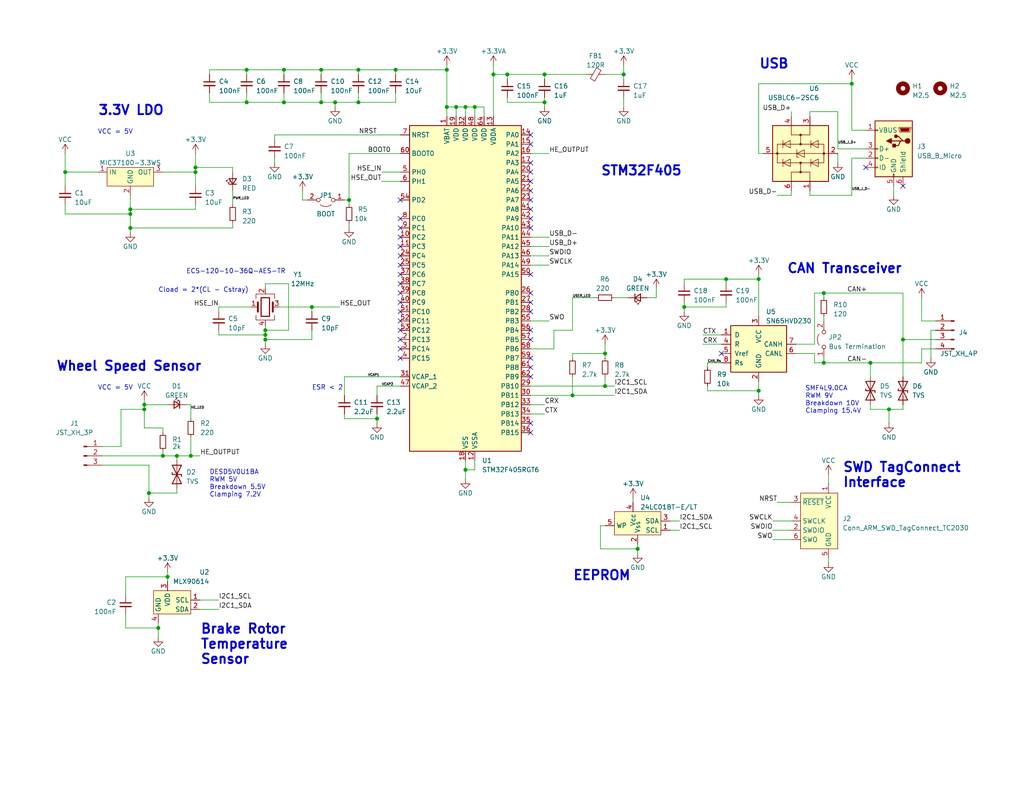
<source format=kicad_sch>
(kicad_sch (version 20230121) (generator eeschema)
  (paper "USLetter")
  (title_block (title "SDM-24 Wheel Board") (date "2023-09-04") (rev "v1") (company "Sun Devil Motorsports"))
  (lib_symbols
    (symbol "Connector:Conn_01x03_Pin" (pin_names (offset 1.016) hide)
      (property "Reference" "J" (at 0 5.08 0))
      (property "Value" "Conn_01x03_Pin" (at 0 -5.08 0))
      (symbol "Conn_01x03_Pin_1_1"
        (pin passive line (at 5.08 2.54 180) (length 3.81) (name "Pin_1") (number "1"))
        (pin passive line (at 5.08 0 180) (length 3.81) (name "Pin_2") (number "2"))
        (pin passive line (at 5.08 -2.54 180) (length 3.81) (name "Pin_3") (number "3"))
      )
    )
    (symbol "Connector:Conn_01x04_Pin" (pin_names (offset 1.016) hide)
      (property "Reference" "J" (at 0 5.08 0))
      (property "Value" "Conn_01x04_Pin" (at 0 -7.62 0))
      (symbol "Conn_01x04_Pin_1_1"
        (pin passive line (at 5.08 2.54 180) (length 3.81) (name "Pin_1") (number "1"))
        (pin passive line (at 5.08 0 180) (length 3.81) (name "Pin_2") (number "2"))
        (pin passive line (at 5.08 -2.54 180) (length 3.81) (name "Pin_3") (number "3"))
        (pin passive line (at 5.08 -5.08 180) (length 3.81) (name "Pin_4") (number "4"))
      )
    )
    (symbol "Connector:Conn_ARM_SWD_TagConnect_TC2030" (in_bom no)
      (property "Reference" "J" (at 2.54 11.43 0))
      (property "Value" "Conn_ARM_SWD_TagConnect_TC2030" (at 5.08 8.89 0))
      (symbol "Conn_ARM_SWD_TagConnect_TC2030_0_0"
        (pin power_in line (at -2.54 10.16 270) (length 2.54) (name "VCC") (number "1"))
        (pin bidirectional line (at 7.62 -2.54 180) (length 2.54) (name "SWDIO") (number "2"))
        (pin open_collector line (at 7.62 5.08 180) (length 2.54) (name "~{RESET}") (number "3"))
        (pin output line (at 7.62 0 180) (length 2.54) (name "SWCLK") (number "4"))
        (pin power_in line (at -2.54 -10.16 90) (length 2.54) (name "GND") (number "5"))
        (pin input line (at 7.62 -5.08 180) (length 2.54) (name "SWO") (number "6"))
      )
    )
    (symbol "Connector:USB_B_Micro" (pin_names (offset 1.016))
      (property "Reference" "J" (at -5.08 11.43 0))
      (property "Value" "USB_B_Micro" (at -5.08 8.89 0))
      (symbol "USB_B_Micro_1_1"
        (pin power_out line (at 7.62 5.08 180) (length 2.54) (name "VBUS") (number "1"))
        (pin bidirectional line (at 7.62 -2.54 180) (length 2.54) (name "D-") (number "2"))
        (pin bidirectional line (at 7.62 0 180) (length 2.54) (name "D+") (number "3"))
        (pin passive line (at 7.62 -5.08 180) (length 2.54) (name "ID") (number "4"))
        (pin power_out line (at 0 -10.16 90) (length 2.54) (name "GND") (number "5"))
        (pin passive line (at -2.54 -10.16 90) (length 2.54) (name "Shield") (number "6"))
      )
    )
    (symbol "Device:C_Small" (pin_numbers hide) (pin_names (offset 0.254) hide)
      (property "Reference" "C" (at 0.254 1.778 0))
      (property "Value" "C_Small" (at 0.254 -2.032 0))
      (symbol "C_Small_1_1"
        (pin passive line (at 0 2.54 270) (length 2.032) (name "~") (number "1"))
        (pin passive line (at 0 -2.54 90) (length 2.032) (name "~") (number "2"))
      )
    )
    (symbol "Device:Crystal_GND24" (pin_names (offset 1.016) hide)
      (property "Reference" "Y" (at 3.175 5.08 0))
      (property "Value" "Crystal_GND24" (at 3.175 3.175 0))
      (symbol "Crystal_GND24_1_1"
        (pin passive line (at -3.81 0 0) (length 1.27) (name "1") (number "1"))
        (pin passive line (at 0 5.08 270) (length 1.27) (name "2") (number "2"))
        (pin passive line (at 3.81 0 180) (length 1.27) (name "3") (number "3"))
        (pin passive line (at 0 -5.08 90) (length 1.27) (name "4") (number "4"))
      )
    )
    (symbol "Device:D_TVS" (pin_numbers hide) (pin_names (offset 1.016) hide)
      (property "Reference" "D" (at 0 2.54 0))
      (property "Value" "D_TVS" (at 0 -2.54 0))
      (symbol "D_TVS_1_1"
        (pin passive line (at -3.81 0 0) (length 2.54) (name "A1") (number "1"))
        (pin passive line (at 3.81 0 180) (length 2.54) (name "A2") (number "2"))
      )
    )
    (symbol "Device:FerriteBead_Small" (pin_numbers hide) (pin_names (offset 0))
      (property "Reference" "FB" (at 1.905 1.27 0))
      (property "Value" "FerriteBead_Small" (at 1.905 -1.27 0))
      (symbol "FerriteBead_Small_1_1"
        (pin passive line (at 0 2.54 270) (length 1.27) (name "~") (number "1"))
        (pin passive line (at 0 -2.54 90) (length 1.27) (name "~") (number "2"))
      )
    )
    (symbol "Device:LED_Small" (pin_numbers hide) (pin_names (offset 0.254) hide)
      (property "Reference" "D" (at -1.27 3.175 0))
      (property "Value" "LED_Small" (at -4.445 -2.54 0))
      (symbol "LED_Small_1_1"
        (pin passive line (at -2.54 0 0) (length 1.778) (name "K") (number "1"))
        (pin passive line (at 2.54 0 180) (length 1.778) (name "A") (number "2"))
      )
    )
    (symbol "Device:R_Small" (pin_numbers hide) (pin_names (offset 0.254) hide)
      (property "Reference" "R" (at 0.762 0.508 0))
      (property "Value" "R_Small" (at 0.762 -1.016 0))
      (symbol "R_Small_1_1"
        (pin passive line (at 0 2.54 270) (length 0.762) (name "~") (number "1"))
        (pin passive line (at 0 -2.54 90) (length 0.762) (name "~") (number "2"))
      )
    )
    (symbol "Interface_CAN_LIN:SN65HVD230" (pin_names (offset 1.016))
      (property "Reference" "U" (at -2.54 10.16 0))
      (property "Value" "SN65HVD230" (at -2.54 7.62 0))
      (symbol "SN65HVD230_1_1"
        (pin input line (at -10.16 2.54 0) (length 2.54) (name "D") (number "1"))
        (pin power_in line (at 0 -10.16 90) (length 2.54) (name "GND") (number "2"))
        (pin power_in line (at 0 7.62 270) (length 2.54) (name "VCC") (number "3"))
        (pin output line (at -10.16 0 0) (length 2.54) (name "R") (number "4"))
        (pin output line (at -10.16 -2.54 0) (length 2.54) (name "Vref") (number "5"))
        (pin bidirectional line (at 10.16 -2.54 180) (length 2.54) (name "CANL") (number "6"))
        (pin bidirectional line (at 10.16 0 180) (length 2.54) (name "CANH") (number "7"))
        (pin input line (at -10.16 -5.08 0) (length 2.54) (name "Rs") (number "8"))
      )
    )
    (symbol "Jumper:Jumper_2_Open" (pin_names (offset 0) hide)
      (property "Reference" "JP" (at 0 2.794 0))
      (property "Value" "Jumper_2_Open" (at 0 -2.286 0))
      (symbol "Jumper_2_Open_1_1"
        (pin passive line (at -5.08 0 0) (length 2.54) (name "A") (number "1"))
        (pin passive line (at 5.08 0 180) (length 2.54) (name "B") (number "2"))
      )
    )
    (symbol "Library:24LC01BT-x/LT"
      (property "Reference" "U" (at 5.08 1.27 0))
      (property "Value" "24LC01BT-x/LT" (at 10.16 -1.27 0))
      (symbol "24LC01BT-x/LT_1_1"
        (pin input line (at 8.89 -7.62 180) (length 2.54) (name "SCL") (number "1"))
        (pin power_in line (at 0 -11.43 90) (length 2.54) (name "Vss") (number "2"))
        (pin bidirectional line (at 8.89 -5.08 180) (length 2.54) (name "SDA") (number "3"))
        (pin power_in line (at -1.27 0 270) (length 2.54) (name "Vcc") (number "4"))
        (pin input line (at -8.89 -6.35 0) (length 2.54) (name "WP") (number "5"))
      )
    )
    (symbol "Library:MIC37100-3.3WS"
      (property "Reference" "U" (at 0 1.27 0))
      (property "Value" "MIC37100-3.3WS" (at 0 -1.27 0))
      (symbol "MIC37100-3.3WS_1_1"
        (pin power_in line (at -8.89 -3.81 0) (length 2.54) (name "IN") (number "1"))
        (pin power_in line (at 0 -10.16 90) (length 2.54) (name "GND") (number "2"))
        (pin power_out line (at 8.89 -3.81 180) (length 2.54) (name "OUT") (number "3"))
      )
    )
    (symbol "Library:MLX90614"
      (property "Reference" "U" (at 0 0 0))
      (property "Value" "MLX90614" (at -3.81 -2.54 0))
      (symbol "MLX90614_1_1"
        (pin input line (at -5.08 -6.35 0) (length 2.54) (name "SCL") (number "1"))
        (pin input line (at -5.08 -8.89 0) (length 2.54) (name "SDA") (number "2"))
        (pin power_in line (at 3.81 -1.27 270) (length 2.54) (name "VDD") (number "3"))
        (pin input line (at 6.35 -12.7 90) (length 2.54) (name "GND") (number "4"))
      )
    )
    (symbol "MCU_ST_STM32F4:STM32F405RGTx"
      (property "Reference" "U" (at -15.24 46.99 0))
      (property "Value" "STM32F405RGTx" (at 10.16 46.99 0))
      (symbol "STM32F405RGTx_1_1"
        (pin power_in line (at -5.08 48.26 270) (length 2.54) (name "VBAT") (number "1"))
        (pin bidirectional line (at -17.78 15.24 0) (length 2.54) (name "PC2") (number "10"))
        (pin bidirectional line (at -17.78 12.7 0) (length 2.54) (name "PC3") (number "11"))
        (pin power_in line (at 2.54 -45.72 90) (length 2.54) (name "VSSA") (number "12"))
        (pin power_in line (at 7.62 48.26 270) (length 2.54) (name "VDDA") (number "13"))
        (pin bidirectional line (at 17.78 43.18 180) (length 2.54) (name "PA0") (number "14"))
        (pin bidirectional line (at 17.78 40.64 180) (length 2.54) (name "PA1") (number "15"))
        (pin bidirectional line (at 17.78 38.1 180) (length 2.54) (name "PA2") (number "16"))
        (pin bidirectional line (at 17.78 35.56 180) (length 2.54) (name "PA3") (number "17"))
        (pin power_in line (at 0 -45.72 90) (length 2.54) (name "VSS") (number "18"))
        (pin power_in line (at -2.54 48.26 270) (length 2.54) (name "VDD") (number "19"))
        (pin bidirectional line (at -17.78 -12.7 0) (length 2.54) (name "PC13") (number "2"))
        (pin bidirectional line (at 17.78 33.02 180) (length 2.54) (name "PA4") (number "20"))
        (pin bidirectional line (at 17.78 30.48 180) (length 2.54) (name "PA5") (number "21"))
        (pin bidirectional line (at 17.78 27.94 180) (length 2.54) (name "PA6") (number "22"))
        (pin bidirectional line (at 17.78 25.4 180) (length 2.54) (name "PA7") (number "23"))
        (pin bidirectional line (at -17.78 10.16 0) (length 2.54) (name "PC4") (number "24"))
        (pin bidirectional line (at -17.78 7.62 0) (length 2.54) (name "PC5") (number "25"))
        (pin bidirectional line (at 17.78 0 180) (length 2.54) (name "PB0") (number "26"))
        (pin bidirectional line (at 17.78 -2.54 180) (length 2.54) (name "PB1") (number "27"))
        (pin bidirectional line (at 17.78 -5.08 180) (length 2.54) (name "PB2") (number "28"))
        (pin bidirectional line (at 17.78 -25.4 180) (length 2.54) (name "PB10") (number "29"))
        (pin bidirectional line (at -17.78 -15.24 0) (length 2.54) (name "PC14") (number "3"))
        (pin bidirectional line (at 17.78 -27.94 180) (length 2.54) (name "PB11") (number "30"))
        (pin power_out line (at -17.78 -22.86 0) (length 2.54) (name "VCAP_1") (number "31"))
        (pin power_in line (at 0 48.26 270) (length 2.54) (name "VDD") (number "32"))
        (pin bidirectional line (at 17.78 -30.48 180) (length 2.54) (name "PB12") (number "33"))
        (pin bidirectional line (at 17.78 -33.02 180) (length 2.54) (name "PB13") (number "34"))
        (pin bidirectional line (at 17.78 -35.56 180) (length 2.54) (name "PB14") (number "35"))
        (pin bidirectional line (at 17.78 -38.1 180) (length 2.54) (name "PB15") (number "36"))
        (pin bidirectional line (at -17.78 5.08 0) (length 2.54) (name "PC6") (number "37"))
        (pin bidirectional line (at -17.78 2.54 0) (length 2.54) (name "PC7") (number "38"))
        (pin bidirectional line (at -17.78 0 0) (length 2.54) (name "PC8") (number "39"))
        (pin bidirectional line (at -17.78 -17.78 0) (length 2.54) (name "PC15") (number "4"))
        (pin bidirectional line (at -17.78 -2.54 0) (length 2.54) (name "PC9") (number "40"))
        (pin bidirectional line (at 17.78 22.86 180) (length 2.54) (name "PA8") (number "41"))
        (pin bidirectional line (at 17.78 20.32 180) (length 2.54) (name "PA9") (number "42"))
        (pin bidirectional line (at 17.78 17.78 180) (length 2.54) (name "PA10") (number "43"))
        (pin bidirectional line (at 17.78 15.24 180) (length 2.54) (name "PA11") (number "44"))
        (pin bidirectional line (at 17.78 12.7 180) (length 2.54) (name "PA12") (number "45"))
        (pin bidirectional line (at 17.78 10.16 180) (length 2.54) (name "PA13") (number "46"))
        (pin power_out line (at -17.78 -25.4 0) (length 2.54) (name "VCAP_2") (number "47"))
        (pin power_in line (at 2.54 48.26 270) (length 2.54) (name "VDD") (number "48"))
        (pin bidirectional line (at 17.78 7.62 180) (length 2.54) (name "PA14") (number "49"))
        (pin bidirectional line (at -17.78 33.02 0) (length 2.54) (name "PH0") (number "5"))
        (pin bidirectional line (at 17.78 5.08 180) (length 2.54) (name "PA15") (number "50"))
        (pin bidirectional line (at -17.78 -5.08 0) (length 2.54) (name "PC10") (number "51"))
        (pin bidirectional line (at -17.78 -7.62 0) (length 2.54) (name "PC11") (number "52"))
        (pin bidirectional line (at -17.78 -10.16 0) (length 2.54) (name "PC12") (number "53"))
        (pin bidirectional line (at -17.78 25.4 0) (length 2.54) (name "PD2") (number "54"))
        (pin bidirectional line (at 17.78 -7.62 180) (length 2.54) (name "PB3") (number "55"))
        (pin bidirectional line (at 17.78 -10.16 180) (length 2.54) (name "PB4") (number "56"))
        (pin bidirectional line (at 17.78 -12.7 180) (length 2.54) (name "PB5") (number "57"))
        (pin bidirectional line (at 17.78 -15.24 180) (length 2.54) (name "PB6") (number "58"))
        (pin bidirectional line (at 17.78 -17.78 180) (length 2.54) (name "PB7") (number "59"))
        (pin bidirectional line (at -17.78 30.48 0) (length 2.54) (name "PH1") (number "6"))
        (pin input line (at -17.78 38.1 0) (length 2.54) (name "BOOT0") (number "60"))
        (pin bidirectional line (at 17.78 -20.32 180) (length 2.54) (name "PB8") (number "61"))
        (pin bidirectional line (at 17.78 -22.86 180) (length 2.54) (name "PB9") (number "62"))
        (pin passive line (at 0 -45.72 90) (length 2.54) hide (name "VSS") (number "63"))
        (pin power_in line (at 5.08 48.26 270) (length 2.54) (name "VDD") (number "64"))
        (pin input line (at -17.78 43.18 0) (length 2.54) (name "NRST") (number "7"))
        (pin bidirectional line (at -17.78 20.32 0) (length 2.54) (name "PC0") (number "8"))
        (pin bidirectional line (at -17.78 17.78 0) (length 2.54) (name "PC1") (number "9"))
      )
    )
    (symbol "Mechanical:MountingHole" (pin_names (offset 1.016))
      (property "Reference" "H" (at 0 5.08 0))
      (property "Value" "MountingHole" (at 0 3.175 0))
    )
    (symbol "Power_Protection:USBLC6-2SC6" (pin_names hide)
      (property "Reference" "U" (at 2.54 8.89 0))
      (property "Value" "USBLC6-2SC6" (at 2.54 -8.89 0))
      (symbol "USBLC6-2SC6_1_1"
        (pin passive line (at -10.16 -2.54 0) (length 2.54) (name "I/O1") (number "1"))
        (pin passive line (at 0 -10.16 90) (length 2.54) (name "GND") (number "2"))
        (pin passive line (at 10.16 -2.54 180) (length 2.54) (name "I/O2") (number "3"))
        (pin passive line (at 10.16 2.54 180) (length 2.54) (name "I/O2") (number "4"))
        (pin passive line (at 0 10.16 270) (length 2.54) (name "VBUS") (number "5"))
        (pin passive line (at -10.16 2.54 0) (length 2.54) (name "I/O1") (number "6"))
      )
    )
    (symbol "power:+3.3V" (power) (pin_names (offset 0))
      (property "Value" "+3.3V" (at 0 3.556 0))
      (symbol "+3.3V_1_1"
        (pin power_in line (at 0 0 90) (length 0) hide (name "+3.3V") (number "1"))
      )
    )
    (symbol "power:+3.3VA" (power) (pin_names (offset 0))
      (property "Value" "+3.3VA" (at 0 3.556 0))
      (symbol "+3.3VA_1_1"
        (pin power_in line (at 0 0 90) (length 0) hide (name "+3.3VA") (number "1"))
      )
    )
    (symbol "power:GND" (power) (pin_names (offset 0))
      (property "Value" "GND" (at 0 -3.81 0))
      (symbol "GND_1_1"
        (pin power_in line (at 0 0 270) (length 0) hide (name "GND") (number "1"))
      )
    )
    (symbol "power:VCC" (power) (pin_names (offset 0))
      (property "Value" "VCC" (at 0 3.81 0))
      (symbol "VCC_1_1"
        (pin power_in line (at 0 0 90) (length 0) hide (name "VCC") (number "1"))
      )
    )
  )
  (junction (at 237.49 99.06))
  (junction (at 170.18 20.32))
  (junction (at 87.63 19.05))
  (junction (at 207.01 106.68))
  (junction (at 134.62 20.32))
  (junction (at 232.41 22.86))
  (junction (at 17.78 46.99))
  (junction (at 165.1 96.52))
  (junction (at 45.72 157.48))
  (junction (at 246.38 92.71))
  (junction (at 48.26 124.46))
  (junction (at 186.69 83.82))
  (junction (at 39.37 111.76))
  (junction (at 91.44 27.94))
  (junction (at 39.37 110.49))
  (junction (at 35.56 58.42))
  (junction (at 52.07 124.46))
  (junction (at 72.39 92.71))
  (junction (at 242.57 111.76))
  (junction (at 121.92 29.21))
  (junction (at 53.34 46.99))
  (junction (at 43.18 171.45))
  (junction (at 102.87 114.3))
  (junction (at 85.09 83.82))
  (junction (at 97.79 19.05))
  (junction (at 72.39 90.17))
  (junction (at 97.79 27.94))
  (junction (at 198.12 76.2))
  (junction (at 207.01 76.2))
  (junction (at 35.56 62.23))
  (junction (at 35.56 57.15))
  (junction (at 156.21 107.95))
  (junction (at 224.79 80.01))
  (junction (at 165.1 105.41))
  (junction (at 67.31 27.94))
  (junction (at 148.59 20.32))
  (junction (at 72.39 91.44))
  (junction (at 77.47 27.94))
  (junction (at 127 128.27))
  (junction (at 87.63 27.94))
  (junction (at 124.46 29.21))
  (junction (at 127 29.21))
  (junction (at 40.64 134.62))
  (junction (at 67.31 19.05))
  (junction (at 107.95 19.05))
  (junction (at 53.34 45.72))
  (junction (at 224.79 99.06))
  (junction (at 173.99 149.86))
  (junction (at 121.92 19.05))
  (junction (at 138.43 20.32))
  (junction (at 148.59 27.94))
  (junction (at 44.45 124.46))
  (junction (at 77.47 19.05))
  (junction (at 129.54 29.21))
  (junction (at 95.25 54.61))
  (no_connect (at 109.22 72.39))
  (no_connect (at 144.78 46.99))
  (no_connect (at 144.78 118.11))
  (no_connect (at 144.78 82.55))
  (no_connect (at 109.22 69.85))
  (no_connect (at 109.22 85.09))
  (no_connect (at 144.78 92.71))
  (no_connect (at 144.78 54.61))
  (no_connect (at 109.22 77.47))
  (no_connect (at 144.78 52.07))
  (no_connect (at 109.22 64.77))
  (no_connect (at 246.38 50.8))
  (no_connect (at 144.78 100.33))
  (no_connect (at 109.22 95.25))
  (no_connect (at 236.22 45.72))
  (no_connect (at 196.85 96.52))
  (no_connect (at 144.78 97.79))
  (no_connect (at 109.22 59.69))
  (no_connect (at 109.22 90.17))
  (no_connect (at 144.78 90.17))
  (no_connect (at 144.78 57.15))
  (no_connect (at 144.78 80.01))
  (no_connect (at 144.78 102.87))
  (no_connect (at 109.22 67.31))
  (no_connect (at 109.22 54.61))
  (no_connect (at 109.22 80.01))
  (no_connect (at 144.78 115.57))
  (no_connect (at 144.78 62.23))
  (no_connect (at 144.78 36.83))
  (no_connect (at 144.78 85.09))
  (no_connect (at 144.78 39.37))
  (no_connect (at 109.22 82.55))
  (no_connect (at 144.78 49.53))
  (no_connect (at 144.78 59.69))
  (no_connect (at 109.22 92.71))
  (no_connect (at 109.22 87.63))
  (no_connect (at 144.78 74.93))
  (no_connect (at 109.22 62.23))
  (no_connect (at 144.78 44.45))
  (no_connect (at 109.22 97.79))
  (no_connect (at 109.22 74.93))
  (wire (pts (xy 74.93 38.1) (xy 74.93 36.83)))
  (wire (pts (xy 134.62 20.32) (xy 134.62 31.75)))
  (wire (pts (xy 186.69 82.55) (xy 186.69 83.82)))
  (wire (pts (xy 170.18 21.59) (xy 170.18 20.32)))
  (wire (pts (xy 198.12 76.2) (xy 207.01 76.2)))
  (wire (pts (xy 144.78 41.91) (xy 149.86 41.91)))
  (wire (pts (xy 222.25 99.06) (xy 222.25 96.52)))
  (wire (pts (xy 144.78 69.85) (xy 149.86 69.85)))
  (wire (pts (xy 163.83 143.51) (xy 163.83 149.86)))
  (wire (pts (xy 72.39 92.71) (xy 72.39 93.98)))
  (wire (pts (xy 232.41 35.56) (xy 232.41 22.86)))
  (wire (pts (xy 236.22 43.18) (xy 232.41 43.18)))
  (wire (pts (xy 17.78 55.88) (xy 17.78 58.42)))
  (wire (pts (xy 43.18 170.18) (xy 43.18 171.45)))
  (wire (pts (xy 44.45 124.46) (xy 48.26 124.46)))
  (wire (pts (xy 102.87 113.03) (xy 102.87 114.3)))
  (wire (pts (xy 207.01 104.14) (xy 207.01 106.68)))
  (wire (pts (xy 179.07 78.74) (xy 179.07 81.28)))
  (wire (pts (xy 138.43 27.94) (xy 148.59 27.94)))
  (wire (pts (xy 44.45 46.99) (xy 53.34 46.99)))
  (wire (pts (xy 93.98 114.3) (xy 102.87 114.3)))
  (wire (pts (xy 144.78 87.63) (xy 149.86 87.63)))
  (wire (pts (xy 95.25 60.96) (xy 95.25 62.23)))
  (wire (pts (xy 93.98 54.61) (xy 95.25 54.61)))
  (wire (pts (xy 57.15 20.32) (xy 57.15 19.05)))
  (wire (pts (xy 63.5 62.23) (xy 35.56 62.23)))
  (wire (pts (xy 77.47 20.32) (xy 77.47 19.05)))
  (wire (pts (xy 104.14 49.53) (xy 109.22 49.53)))
  (wire (pts (xy 33.02 121.92) (xy 33.02 111.76)))
  (wire (pts (xy 52.07 119.38) (xy 52.07 124.46)))
  (wire (pts (xy 156.21 81.28) (xy 162.56 81.28)))
  (wire (pts (xy 210.82 142.24) (xy 215.9 142.24)))
  (wire (pts (xy 97.79 27.94) (xy 91.44 27.94)))
  (wire (pts (xy 33.02 111.76) (xy 39.37 111.76)))
  (wire (pts (xy 193.04 106.68) (xy 207.01 106.68)))
  (wire (pts (xy 170.18 17.78) (xy 170.18 20.32)))
  (wire (pts (xy 242.57 111.76) (xy 242.57 115.57)))
  (wire (pts (xy 53.34 45.72) (xy 53.34 46.99)))
  (wire (pts (xy 59.69 91.44) (xy 72.39 91.44)))
  (wire (pts (xy 182.88 142.24) (xy 185.42 142.24)))
  (wire (pts (xy 59.69 85.09) (xy 59.69 83.82)))
  (wire (pts (xy 129.54 31.75) (xy 129.54 29.21)))
  (wire (pts (xy 212.09 137.16) (xy 215.9 137.16)))
  (wire (pts (xy 97.79 20.32) (xy 97.79 19.05)))
  (wire (pts (xy 215.9 52.07) (xy 215.9 53.34)))
  (wire (pts (xy 52.07 124.46) (xy 54.61 124.46)))
  (wire (pts (xy 198.12 83.82) (xy 186.69 83.82)))
  (wire (pts (xy 57.15 19.05) (xy 67.31 19.05)))
  (wire (pts (xy 193.04 99.06) (xy 193.04 100.33)))
  (wire (pts (xy 210.82 147.32) (xy 215.9 147.32)))
  (wire (pts (xy 35.56 58.42) (xy 35.56 62.23)))
  (wire (pts (xy 104.14 46.99) (xy 109.22 46.99)))
  (wire (pts (xy 17.78 58.42) (xy 35.56 58.42)))
  (wire (pts (xy 107.95 20.32) (xy 107.95 19.05)))
  (wire (pts (xy 191.77 93.98) (xy 196.85 93.98)))
  (wire (pts (xy 224.79 80.01) (xy 246.38 80.01)))
  (wire (pts (xy 93.98 102.87) (xy 93.98 107.95)))
  (wire (pts (xy 53.34 41.91) (xy 53.34 45.72)))
  (wire (pts (xy 78.74 90.17) (xy 78.74 77.47)))
  (wire (pts (xy 163.83 149.86) (xy 173.99 149.86)))
  (wire (pts (xy 77.47 19.05) (xy 87.63 19.05)))
  (wire (pts (xy 127 31.75) (xy 127 29.21)))
  (wire (pts (xy 144.78 95.25) (xy 151.13 95.25)))
  (wire (pts (xy 17.78 46.99) (xy 26.67 46.99)))
  (wire (pts (xy 53.34 55.88) (xy 53.34 57.15)))
  (wire (pts (xy 138.43 20.32) (xy 134.62 20.32)))
  (wire (pts (xy 144.78 67.31) (xy 149.86 67.31)))
  (wire (pts (xy 63.5 62.23) (xy 63.5 60.96)))
  (wire (pts (xy 237.49 110.49) (xy 237.49 111.76)))
  (wire (pts (xy 77.47 25.4) (xy 77.47 27.94)))
  (wire (pts (xy 148.59 26.67) (xy 148.59 27.94)))
  (wire (pts (xy 220.98 30.48) (xy 228.6 30.48)))
  (wire (pts (xy 151.13 90.17) (xy 156.21 90.17)))
  (wire (pts (xy 222.25 80.01) (xy 222.25 93.98)))
  (wire (pts (xy 40.64 127) (xy 40.64 134.62)))
  (wire (pts (xy 228.6 30.48) (xy 228.6 40.64)))
  (wire (pts (xy 85.09 92.71) (xy 72.39 92.71)))
  (wire (pts (xy 48.26 124.46) (xy 52.07 124.46)))
  (wire (pts (xy 127 29.21) (xy 129.54 29.21)))
  (wire (pts (xy 72.39 88.9) (xy 72.39 90.17)))
  (wire (pts (xy 144.78 110.49) (xy 148.59 110.49)))
  (wire (pts (xy 207.01 41.91) (xy 207.01 22.86)))
  (wire (pts (xy 138.43 26.67) (xy 138.43 27.94)))
  (wire (pts (xy 144.78 72.39) (xy 149.86 72.39)))
  (wire (pts (xy 156.21 97.79) (xy 156.21 96.52)))
  (wire (pts (xy 144.78 105.41) (xy 165.1 105.41)))
  (wire (pts (xy 222.25 96.52) (xy 217.17 96.52)))
  (wire (pts (xy 121.92 19.05) (xy 121.92 29.21)))
  (wire (pts (xy 35.56 57.15) (xy 35.56 58.42)))
  (wire (pts (xy 165.1 96.52) (xy 165.1 97.79)))
  (wire (pts (xy 40.64 135.89) (xy 40.64 134.62)))
  (wire (pts (xy 53.34 46.99) (xy 53.34 50.8)))
  (wire (pts (xy 48.26 134.62) (xy 40.64 134.62)))
  (wire (pts (xy 50.8 110.49) (xy 52.07 110.49)))
  (wire (pts (xy 129.54 125.73) (xy 129.54 128.27)))
  (wire (pts (xy 95.25 55.88) (xy 95.25 54.61)))
  (wire (pts (xy 222.25 93.98) (xy 217.17 93.98)))
  (wire (pts (xy 156.21 90.17) (xy 156.21 81.28)))
  (wire (pts (xy 236.22 35.56) (xy 232.41 35.56)))
  (wire (pts (xy 52.07 110.49) (xy 52.07 114.3)))
  (wire (pts (xy 134.62 17.78) (xy 134.62 20.32)))
  (wire (pts (xy 85.09 90.17) (xy 85.09 92.71)))
  (wire (pts (xy 124.46 31.75) (xy 124.46 29.21)))
  (wire (pts (xy 193.04 105.41) (xy 193.04 106.68)))
  (wire (pts (xy 85.09 83.82) (xy 76.2 83.82)))
  (wire (pts (xy 127 128.27) (xy 127 130.81)))
  (wire (pts (xy 97.79 25.4) (xy 97.79 27.94)))
  (wire (pts (xy 67.31 19.05) (xy 77.47 19.05)))
  (wire (pts (xy 255.27 90.17) (xy 254 90.17)))
  (wire (pts (xy 74.93 36.83) (xy 109.22 36.83)))
  (wire (pts (xy 243.84 50.8) (xy 243.84 53.34)))
  (wire (pts (xy 72.39 90.17) (xy 78.74 90.17)))
  (wire (pts (xy 63.5 45.72) (xy 53.34 45.72)))
  (wire (pts (xy 45.72 157.48) (xy 45.72 158.75)))
  (wire (pts (xy 220.98 30.48) (xy 220.98 31.75)))
  (wire (pts (xy 87.63 19.05) (xy 97.79 19.05)))
  (wire (pts (xy 251.46 99.06) (xy 237.49 99.06)))
  (wire (pts (xy 224.79 81.28) (xy 224.79 80.01)))
  (wire (pts (xy 107.95 27.94) (xy 97.79 27.94)))
  (wire (pts (xy 39.37 116.84) (xy 44.45 116.84)))
  (wire (pts (xy 102.87 107.95) (xy 102.87 105.41)))
  (wire (pts (xy 207.01 106.68) (xy 207.01 107.95)))
  (wire (pts (xy 186.69 76.2) (xy 198.12 76.2)))
  (wire (pts (xy 39.37 111.76) (xy 39.37 116.84)))
  (wire (pts (xy 72.39 90.17) (xy 72.39 91.44)))
  (wire (pts (xy 67.31 25.4) (xy 67.31 27.94)))
  (wire (pts (xy 246.38 92.71) (xy 246.38 80.01)))
  (wire (pts (xy 102.87 115.57) (xy 102.87 114.3)))
  (wire (pts (xy 208.28 41.91) (xy 207.01 41.91)))
  (wire (pts (xy 191.77 91.44) (xy 196.85 91.44)))
  (wire (pts (xy 85.09 83.82) (xy 92.71 83.82)))
  (wire (pts (xy 85.09 85.09) (xy 85.09 83.82)))
  (wire (pts (xy 222.25 99.06) (xy 224.79 99.06)))
  (wire (pts (xy 196.85 99.06) (xy 193.04 99.06)))
  (wire (pts (xy 182.88 144.78) (xy 185.42 144.78)))
  (wire (pts (xy 246.38 92.71) (xy 255.27 92.71)))
  (wire (pts (xy 220.98 52.07) (xy 220.98 53.34)))
  (wire (pts (xy 224.79 97.79) (xy 224.79 99.06)))
  (wire (pts (xy 91.44 27.94) (xy 91.44 29.21)))
  (wire (pts (xy 53.34 57.15) (xy 35.56 57.15)))
  (wire (pts (xy 87.63 27.94) (xy 91.44 27.94)))
  (wire (pts (xy 226.06 129.54) (xy 226.06 132.08)))
  (wire (pts (xy 27.94 124.46) (xy 44.45 124.46)))
  (wire (pts (xy 170.18 26.67) (xy 170.18 29.21)))
  (wire (pts (xy 132.08 31.75) (xy 132.08 29.21)))
  (wire (pts (xy 127 128.27) (xy 129.54 128.27)))
  (wire (pts (xy 173.99 149.86) (xy 173.99 151.13)))
  (wire (pts (xy 72.39 91.44) (xy 72.39 92.71)))
  (wire (pts (xy 107.95 19.05) (xy 121.92 19.05)))
  (wire (pts (xy 232.41 22.86) (xy 232.41 21.59)))
  (wire (pts (xy 77.47 27.94) (xy 87.63 27.94)))
  (wire (pts (xy 156.21 107.95) (xy 167.64 107.95)))
  (wire (pts (xy 148.59 20.32) (xy 160.02 20.32)))
  (wire (pts (xy 228.6 40.64) (xy 236.22 40.64)))
  (wire (pts (xy 67.31 20.32) (xy 67.31 19.05)))
  (wire (pts (xy 82.55 52.07) (xy 82.55 54.61)))
  (wire (pts (xy 67.31 27.94) (xy 77.47 27.94)))
  (wire (pts (xy 54.61 163.83) (xy 59.69 163.83)))
  (wire (pts (xy 63.5 52.07) (xy 63.5 55.88)))
  (wire (pts (xy 57.15 25.4) (xy 57.15 27.94)))
  (wire (pts (xy 226.06 152.4) (xy 226.06 153.67)))
  (wire (pts (xy 222.25 80.01) (xy 224.79 80.01)))
  (wire (pts (xy 107.95 25.4) (xy 107.95 27.94)))
  (wire (pts (xy 179.07 81.28) (xy 176.53 81.28)))
  (wire (pts (xy 207.01 74.93) (xy 207.01 76.2)))
  (wire (pts (xy 132.08 29.21) (xy 129.54 29.21)))
  (wire (pts (xy 212.09 53.34) (xy 215.9 53.34)))
  (wire (pts (xy 232.41 43.18) (xy 232.41 53.34)))
  (wire (pts (xy 48.26 125.73) (xy 48.26 124.46)))
  (wire (pts (xy 74.93 43.18) (xy 74.93 44.45)))
  (wire (pts (xy 228.6 41.91) (xy 228.6 44.45)))
  (wire (pts (xy 207.01 22.86) (xy 232.41 22.86)))
  (wire (pts (xy 254 90.17) (xy 254 97.79)))
  (wire (pts (xy 34.29 171.45) (xy 43.18 171.45)))
  (wire (pts (xy 82.55 54.61) (xy 83.82 54.61)))
  (wire (pts (xy 59.69 90.17) (xy 59.69 91.44)))
  (wire (pts (xy 156.21 102.87) (xy 156.21 107.95)))
  (wire (pts (xy 87.63 25.4) (xy 87.63 27.94)))
  (wire (pts (xy 72.39 77.47) (xy 72.39 78.74)))
  (wire (pts (xy 34.29 167.64) (xy 34.29 171.45)))
  (wire (pts (xy 210.82 144.78) (xy 215.9 144.78)))
  (wire (pts (xy 144.78 107.95) (xy 156.21 107.95)))
  (wire (pts (xy 246.38 102.87) (xy 246.38 92.71)))
  (wire (pts (xy 144.78 113.03) (xy 148.59 113.03)))
  (wire (pts (xy 109.22 102.87) (xy 93.98 102.87)))
  (wire (pts (xy 57.15 27.94) (xy 67.31 27.94)))
  (wire (pts (xy 255.27 95.25) (xy 251.46 95.25)))
  (wire (pts (xy 63.5 46.99) (xy 63.5 45.72)))
  (wire (pts (xy 151.13 95.25) (xy 151.13 90.17)))
  (wire (pts (xy 102.87 105.41) (xy 109.22 105.41)))
  (wire (pts (xy 165.1 102.87) (xy 165.1 105.41)))
  (wire (pts (xy 44.45 118.11) (xy 44.45 116.84)))
  (wire (pts (xy 156.21 96.52) (xy 165.1 96.52)))
  (wire (pts (xy 242.57 111.76) (xy 246.38 111.76)))
  (wire (pts (xy 165.1 143.51) (xy 163.83 143.51)))
  (wire (pts (xy 255.27 87.63) (xy 251.46 87.63)))
  (wire (pts (xy 97.79 19.05) (xy 107.95 19.05)))
  (wire (pts (xy 95.25 41.91) (xy 95.25 54.61)))
  (wire (pts (xy 48.26 133.35) (xy 48.26 134.62)))
  (wire (pts (xy 17.78 46.99) (xy 17.78 50.8)))
  (wire (pts (xy 121.92 29.21) (xy 121.92 31.75)))
  (wire (pts (xy 172.72 135.89) (xy 172.72 137.16)))
  (wire (pts (xy 148.59 27.94) (xy 148.59 29.21)))
  (wire (pts (xy 93.98 113.03) (xy 93.98 114.3)))
  (wire (pts (xy 44.45 123.19) (xy 44.45 124.46)))
  (wire (pts (xy 215.9 30.48) (xy 215.9 31.75)))
  (wire (pts (xy 224.79 99.06) (xy 237.49 99.06)))
  (wire (pts (xy 165.1 93.98) (xy 165.1 96.52)))
  (wire (pts (xy 198.12 82.55) (xy 198.12 83.82)))
  (wire (pts (xy 78.74 77.47) (xy 72.39 77.47)))
  (wire (pts (xy 17.78 41.91) (xy 17.78 46.99)))
  (wire (pts (xy 148.59 20.32) (xy 138.43 20.32)))
  (wire (pts (xy 35.56 63.5) (xy 35.56 62.23)))
  (wire (pts (xy 87.63 20.32) (xy 87.63 19.05)))
  (wire (pts (xy 144.78 64.77) (xy 149.86 64.77)))
  (wire (pts (xy 237.49 111.76) (xy 242.57 111.76)))
  (wire (pts (xy 173.99 148.59) (xy 173.99 149.86)))
  (wire (pts (xy 34.29 162.56) (xy 34.29 157.48)))
  (wire (pts (xy 165.1 105.41) (xy 167.64 105.41)))
  (wire (pts (xy 43.18 171.45) (xy 43.18 173.99)))
  (wire (pts (xy 127 125.73) (xy 127 128.27)))
  (wire (pts (xy 109.22 41.91) (xy 95.25 41.91)))
  (wire (pts (xy 39.37 110.49) (xy 39.37 111.76)))
  (wire (pts (xy 207.01 76.2) (xy 207.01 86.36)))
  (wire (pts (xy 35.56 53.34) (xy 35.56 57.15)))
  (wire (pts (xy 138.43 21.59) (xy 138.43 20.32)))
  (wire (pts (xy 232.41 53.34) (xy 220.98 53.34)))
  (wire (pts (xy 186.69 83.82) (xy 186.69 85.09)))
  (wire (pts (xy 237.49 102.87) (xy 237.49 99.06)))
  (wire (pts (xy 27.94 127) (xy 40.64 127)))
  (wire (pts (xy 59.69 83.82) (xy 68.58 83.82)))
  (wire (pts (xy 246.38 110.49) (xy 246.38 111.76)))
  (wire (pts (xy 186.69 77.47) (xy 186.69 76.2)))
  (wire (pts (xy 34.29 157.48) (xy 45.72 157.48)))
  (wire (pts (xy 251.46 87.63) (xy 251.46 81.28)))
  (wire (pts (xy 54.61 166.37) (xy 59.69 166.37)))
  (wire (pts (xy 39.37 110.49) (xy 45.72 110.49)))
  (wire (pts (xy 45.72 156.21) (xy 45.72 157.48)))
  (wire (pts (xy 121.92 17.78) (xy 121.92 19.05)))
  (wire (pts (xy 167.64 81.28) (xy 171.45 81.28)))
  (wire (pts (xy 224.79 86.36) (xy 224.79 87.63)))
  (wire (pts (xy 148.59 21.59) (xy 148.59 20.32)))
  (wire (pts (xy 27.94 121.92) (xy 33.02 121.92)))
  (wire (pts (xy 124.46 29.21) (xy 127 29.21)))
  (wire (pts (xy 170.18 20.32) (xy 165.1 20.32)))
  (wire (pts (xy 121.92 29.21) (xy 124.46 29.21)))
  (wire (pts (xy 198.12 77.47) (xy 198.12 76.2)))
  (wire (pts (xy 251.46 95.25) (xy 251.46 99.06)))
  (wire (pts (xy 39.37 109.22) (xy 39.37 110.49)))
  (text "SWD TagConnect\nInterface" (at 229.87 133.35 0) (effects (font (size 2.56 2.56) (thickness 0.512) bold) (justify left bottom)))
  (text "Brake Rotor\nTemperature\nSensor\n" (at 54.61 181.61 0) (effects (font (size 2.56 2.56) (thickness 0.512) bold) (justify left bottom)))
  (text "EEPROM" (at 156.21 158.75 0) (effects (font (size 2.56 2.56) (thickness 0.512) bold) (justify left bottom)))
  (text "USB" (at 207.01 19.05 0) (effects (font (size 2.56 2.56) (thickness 0.512) bold) (justify left bottom)))
  (text "DESD5V0U1BA\nRWM 5V\nBreakdown 5.5V\nClamping 7.2V" (at 57.15 135.89 0) (effects (font (size 1.27 1.27)) (justify left bottom)))
  (text "STM32F405" (at 163.83 48.26 0) (effects (font (size 2.56 2.56) (thickness 0.512) bold) (justify left bottom)))
  (text "ESR < 2" (at 85.09 106.68 0) (effects (font (size 1.27 1.27)) (justify left bottom)))
  (text "ECS-120-10-36Q-AES-TR" (at 50.8 74.93 0) (effects (font (size 1.27 1.27)) (justify left bottom)))
  (text "VCC = 5V\n" (at 26.67 106.68 0) (effects (font (size 1.27 1.27)) (justify left bottom)))
  (text "VCC = 5V\n" (at 26.67 36.83 0) (effects (font (size 1.27 1.27)) (justify left bottom)))
  (text "Wheel Speed Sensor" (at 15.24 101.6 0) (effects (font (size 2.56 2.56) (thickness 0.512) bold) (justify left bottom)))
  (text "SMF4L9.0CA\nRWM 9V\nBreakdown 10V\nClamping 15.4V" (at 219.71 113.03 0) (effects (font (size 1.27 1.27)) (justify left bottom)))
  (text "3.3V LDO" (at 26.67 31.75 0) (effects (font (size 2.56 2.56) (thickness 0.512) bold) (justify left bottom)))
  (text "Cload = 2*(CL - Cstray)" (at 43.18 80.01 0) (effects (font (size 1.27 1.27)) (justify left bottom)))
  (text "CAN Transceiver" (at 214.63 74.93 0) (effects (font (size 2.56 2.56) (thickness 0.512) bold) (justify left bottom)))
  (label "CTX" (at 148.59 113.03 0))
  (label "SWDIO" (at 149.86 69.85 0))
  (label "HE_OUTPUT" (at 54.61 124.46 0))
  (label "I2C1_SDA" (at 185.42 142.24 0))
  (label "HSE_OUT" (at 104.14 49.53 180))
  (label "CRX" (at 191.77 93.98 0))
  (label "USB_D-" (at 212.09 53.34 180))
  (label "I2C1_SDA" (at 167.64 107.95 0))
  (label "USB_J_D+" (at 228.6 39.37 0) (effects (font (size 0.65 0.65))))
  (label "CAN_Rs" (at 193.04 99.06 0) (effects (font (size 0.65 0.65))))
  (label "CAN+" (at 231.14 80.01 0))
  (label "SWCLK" (at 149.86 72.39 0))
  (label "USB_D+" (at 149.86 67.31 0))
  (label "VCAP2" (at 104.14 105.41 0) (effects (font (size 0.65 0.65))))
  (label "USB_J_D-" (at 232.41 52.07 0) (effects (font (size 0.65 0.65))))
  (label "HE_OUTPUT" (at 149.86 41.91 0))
  (label "I2C1_SCL" (at 59.69 163.83 0))
  (label "HSE_IN" (at 59.69 83.82 180))
  (label "HSE_OUT" (at 92.71 83.82 0))
  (label "SWDIO" (at 210.82 144.78 180))
  (label "I2C1_SDA" (at 59.69 166.37 0))
  (label "SWO" (at 210.82 147.32 180))
  (label "CAN-" (at 231.14 99.06 0))
  (label "HSE_IN" (at 104.14 46.99 180))
  (label "SWCLK" (at 210.82 142.24 180))
  (label "I2C1_SCL" (at 167.64 105.41 0))
  (label "CTX" (at 191.77 91.44 0))
  (label "USB_D-" (at 149.86 64.77 0))
  (label "USER_LED" (at 156.21 81.28 0) (effects (font (size 0.65 0.65))))
  (label "BOOT0" (at 100.33 41.91 0))
  (label "CRX" (at 148.59 110.49 0))
  (label "I2C1_SCL" (at 185.42 144.78 0))
  (label "PWR_LED" (at 63.5 54.61 0) (effects (font (size 0.65 0.65))))
  (label "VCAP1" (at 100.33 102.87 0) (effects (font (size 0.65 0.65))))
  (label "NRST" (at 102.87 36.83 180))
  (label "HE_LED" (at 52.07 111.76 0) (effects (font (size 0.64 0.64))))
  (label "SWO" (at 149.86 87.63 0))
  (label "NRST" (at 212.09 137.16 180))
  (label "USB_D+" (at 215.9 30.48 180))
  (symbol (lib_id "power:GND") (at 186.69 85.09 0) (unit 1)
    (property "Reference" "#PWR024" (effects hide))
    (property "Value" "GND" (at 186.69 88.9 0))
  )
  (symbol (lib_id "Device:C_Small") (at 87.63 22.86 0) (unit 1)
    (property "Reference" "C10" (at 90.17 22.2313 0) (effects (justify left)))
    (property "Value" "100nF" (at 90.17 24.7713 0) (effects (justify left)))
    (property "Footprint" "Capacitor_SMD:C_0402_1005Metric" (effects hide))
  )
  (symbol (lib_id "power:VCC") (at 17.78 41.91 0) (unit 1)
    (property "Reference" "#PWR01" (effects hide))
    (property "Value" "VCC" (at 17.78 38.1 0))
  )
  (symbol (lib_id "Device:C_Small") (at 107.95 22.86 0) (unit 1)
    (property "Reference" "C14" (at 110.49 22.2313 0) (effects (justify left)))
    (property "Value" "10uF" (at 110.49 24.7713 0) (effects (justify left)))
    (property "Footprint" "Capacitor_SMD:C_0805_2012Metric" (effects hide))
  )
  (symbol (lib_id "power:GND") (at 127 130.81 0) (unit 1)
    (property "Reference" "#PWR015" (effects hide))
    (property "Value" "GND" (at 127 134.62 0))
  )
  (symbol (lib_id "Connector:Conn_01x04_Pin") (at 260.35 90.17 0) (mirror y) (unit 1)
    (property "Reference" "J4" (at 261.62 90.805 0) (effects (justify right)))
    (property "Value" "JST_XH_4P" (at 256.54 96.52 0) (effects (justify right)))
    (property "Footprint" "Connector_JST:JST_XH_B4B-XH-AM_1x04_P2.50mm_Vertical" (effects hide))
  )
  (symbol (lib_id "power:GND") (at 95.25 62.23 0) (unit 1)
    (property "Reference" "#PWR012" (effects hide))
    (property "Value" "GND" (at 95.25 66.04 0))
  )
  (symbol (lib_id "power:GND") (at 243.84 53.34 0) (unit 1)
    (property "Reference" "#PWR032" (effects hide))
    (property "Value" "GND" (at 243.84 57.15 0))
  )
  (symbol (lib_id "Device:C_Small") (at 74.93 40.64 0) (unit 1)
    (property "Reference" "C7" (at 77.47 40.0113 0) (effects (justify left)))
    (property "Value" "100nF" (at 77.47 42.5513 0) (effects (justify left)))
    (property "Footprint" "Capacitor_SMD:C_0402_1005Metric" (effects hide))
  )
  (symbol (lib_id "power:VCC") (at 251.46 81.28 0) (unit 1)
    (property "Reference" "#PWR033" (effects hide))
    (property "Value" "VCC" (at 251.46 77.47 0))
  )
  (symbol (lib_id "power:+3.3V") (at 45.72 156.21 0) (unit 1)
    (property "Reference" "#PWR06" (effects hide))
    (property "Value" "+3.3V" (at 45.72 152.4 0))
  )
  (symbol (lib_id "Device:D_TVS") (at 237.49 106.68 90) (unit 1)
    (property "Reference" "D5" (at 240.03 105.41 90) (effects (justify right)))
    (property "Value" "TVS" (at 240.03 107.95 90) (effects (justify right)))
    (property "Footprint" "Library:SOD-123FL" (effects hide))
  )
  (symbol (lib_id "power:GND") (at 74.93 44.45 0) (unit 1)
    (property "Reference" "#PWR09" (effects hide))
    (property "Value" "GND" (at 74.93 48.26 0))
  )
  (symbol (lib_id "Device:R_Small") (at 156.21 100.33 0) (unit 1)
    (property "Reference" "R7" (at 158.75 99.695 0) (effects (justify left)))
    (property "Value" "2.7k" (at 158.75 102.235 0) (effects (justify left)))
    (property "Footprint" "Resistor_SMD:R_0603_1608Metric" (effects hide))
  )
  (symbol (lib_id "power:GND") (at 228.6 44.45 0) (unit 1)
    (property "Reference" "#PWR029" (effects hide))
    (property "Value" "GND" (at 228.6 48.26 0))
  )
  (symbol (lib_id "Device:R_Small") (at 95.25 58.42 0) (mirror x) (unit 1)
    (property "Reference" "R5" (at 100.33 57.15 0) (effects (justify right)))
    (property "Value" "10k" (at 100.33 59.69 0) (effects (justify right)))
    (property "Footprint" "Resistor_SMD:R_0805_2012Metric" (effects hide))
  )
  (symbol (lib_id "power:GND") (at 40.64 135.89 0) (unit 1)
    (property "Reference" "#PWR04" (effects hide))
    (property "Value" "GND" (at 40.64 139.7 0))
  )
  (symbol (lib_id "Device:C_Small") (at 85.09 87.63 0) (unit 1)
    (property "Reference" "C9" (at 87.63 87.0013 0) (effects (justify left)))
    (property "Value" "10pF" (at 87.63 89.5413 0) (effects (justify left)))
    (property "Footprint" "Capacitor_SMD:C_0402_1005Metric" (effects hide))
  )
  (symbol (lib_id "Library:MIC37100-3.3WS") (at 35.56 43.18 0) (unit 1)
    (property "Reference" "U3" (at 35.56 41.91 0))
    (property "Value" "MIC37100-3.3WS" (at 35.56 44.45 0))
    (property "Footprint" "Package_TO_SOT_SMD:SOT-223-3_TabPin2" (effects hide))
  )
  (symbol (lib_id "Device:R_Small") (at 165.1 100.33 0) (unit 1)
    (property "Reference" "R8" (at 167.64 99.695 0) (effects (justify left)))
    (property "Value" "2.7k" (at 167.64 102.235 0) (effects (justify left)))
    (property "Footprint" "Resistor_SMD:R_0603_1608Metric" (effects hide))
  )
  (symbol (lib_id "Mechanical:MountingHole") (at 246.38 24.13 0) (unit 1)
    (property "Reference" "H1" (at 248.92 23.495 0) (effects (justify left)))
    (property "Value" "M2.5" (at 248.92 26.035 0) (effects (justify left)))
    (property "Footprint" "MountingHole:MountingHole_2.7mm_M2.5" (effects hide))
  )
  (symbol (lib_id "Mechanical:MountingHole") (at 256.54 24.13 0) (unit 1)
    (property "Reference" "H2" (at 259.08 23.495 0) (effects (justify left)))
    (property "Value" "M2.5" (at 259.08 26.035 0) (effects (justify left)))
    (property "Footprint" "MountingHole:MountingHole_2.7mm_M2.5" (effects hide))
  )
  (symbol (lib_id "power:VCC") (at 232.41 21.59 0) (unit 1)
    (property "Reference" "#PWR030" (effects hide))
    (property "Value" "VCC" (at 232.41 17.78 0))
  )
  (symbol (lib_id "Device:C_Small") (at 198.12 80.01 0) (unit 1)
    (property "Reference" "C19" (at 200.66 79.3813 0) (effects (justify left)))
    (property "Value" "100nF" (at 200.66 81.9213 0) (effects (justify left)))
    (property "Footprint" "Capacitor_SMD:C_0402_1005Metric" (effects hide))
  )
  (symbol (lib_id "Jumper:Jumper_2_Open") (at 224.79 92.71 90) (unit 1)
    (property "Reference" "JP2" (at 226.06 92.075 90) (effects (justify right)))
    (property "Value" "Bus Termination" (at 226.06 94.615 90) (effects (justify right)))
    (property "Footprint" "Connector_PinHeader_2.54mm:PinHeader_1x02_P2.54mm_Vertical" (effects hide))
  )
  (symbol (lib_id "Device:R_Small") (at 193.04 102.87 0) (unit 1)
    (property "Reference" "R9" (at 195.58 102.235 0) (effects (justify left)))
    (property "Value" "10k" (at 195.58 104.775 0) (effects (justify left)))
    (property "Footprint" "Resistor_SMD:R_0805_2012Metric" (effects hide))
  )
  (symbol (lib_id "Jumper:Jumper_2_Open") (at 88.9 54.61 180) (unit 1)
    (property "Reference" "JP1" (at 88.9 53.34 0))
    (property "Value" "BOOT" (at 88.9 58.42 0))
    (property "Footprint" "Connector_PinHeader_2.54mm:PinHeader_1x02_P2.54mm_Vertical" (effects hide))
  )
  (symbol (lib_id "power:GND") (at 254 97.79 0) (unit 1)
    (property "Reference" "#PWR034" (effects hide))
    (property "Value" "GND" (at 254 101.6 0))
  )
  (symbol (lib_id "power:+3.3V") (at 165.1 93.98 0) (unit 1)
    (property "Reference" "#PWR018" (effects hide))
    (property "Value" "+3.3V" (at 165.1 90.17 0))
  )
  (symbol (lib_id "Connector:Conn_ARM_SWD_TagConnect_TC2030") (at 223.52 142.24 0) (mirror y) (unit 1) (in_bom no)
    (property "Reference" "J2" (at 229.87 141.605 0) (effects (justify right)))
    (property "Value" "Conn_ARM_SWD_TagConnect_TC2030" (at 229.87 144.145 0) (effects (justify right)))
    (property "Footprint" "Connector:Tag-Connect_TC2030-IDC-NL_2x03_P1.27mm_Vertical" (effects hide))
    (property "Datasheet" "https://www.tag-connect.com/wp-content/uploads/bsk-pdf-manager/TC2030-CTX_1.pdf" (effects hide))
  )
  (symbol (lib_id "Device:C_Small") (at 53.34 53.34 0) (unit 1)
    (property "Reference" "C3" (at 55.88 52.7113 0) (effects (justify left)))
    (property "Value" "10uF" (at 55.88 55.2513 0) (effects (justify left)))
    (property "Footprint" "Capacitor_SMD:C_0805_2012Metric" (effects hide))
  )
  (symbol (lib_id "Device:FerriteBead_Small") (at 162.56 20.32 90) (unit 1)
    (property "Reference" "FB1" (at 162.5219 15.24 90))
    (property "Value" "120R" (at 162.5219 17.78 90))
    (property "Footprint" "Inductor_SMD:L_0603_1608Metric" (effects hide))
  )
  (symbol (lib_id "power:GND") (at 207.01 107.95 0) (unit 1)
    (property "Reference" "#PWR026" (effects hide))
    (property "Value" "GND" (at 207.01 111.76 0))
  )
  (symbol (lib_id "Device:C_Small") (at 93.98 110.49 0) (unit 1)
    (property "Reference" "C11" (at 96.52 109.8613 0) (effects (justify left)))
    (property "Value" "2.2uF" (at 96.52 112.4013 0) (effects (justify left)))
    (property "Footprint" "Capacitor_SMD:C_0603_1608Metric" (effects hide))
  )
  (symbol (lib_id "power:+3.3V") (at 170.18 17.78 0) (unit 1)
    (property "Reference" "#PWR020" (effects hide))
    (property "Value" "+3.3V" (at 170.18 13.97 0))
  )
  (symbol (lib_id "Connector:USB_B_Micro") (at 243.84 40.64 0) (mirror y) (unit 1)
    (property "Reference" "J3" (at 250.19 40.005 0) (effects (justify right)))
    (property "Value" "USB_B_Micro" (at 250.19 42.545 0) (effects (justify right)))
    (property "Footprint" "Connector_USB:USB_Micro-B_Molex-105017-0001" (effects hide))
  )
  (symbol (lib_id "Library:24LC01BT-x/LT") (at 173.99 137.16 0) (unit 1)
    (property "Reference" "U4" (at 174.6759 135.89 0) (effects (justify left)))
    (property "Value" "24LC01BT-E/LT" (at 174.6759 138.43 0) (effects (justify left)))
    (property "Footprint" "Library:SC-70-5" (effects hide))
  )
  (symbol (lib_id "Device:R_Small") (at 44.45 120.65 0) (unit 1)
    (property "Reference" "R1" (at 46.99 120.015 0) (effects (justify left)))
    (property "Value" "2k" (at 46.99 121.92 0) (effects (justify left)))
    (property "Footprint" "Resistor_SMD:R_0805_2012Metric" (effects hide))
  )
  (symbol (lib_id "Device:C_Small") (at 186.69 80.01 0) (unit 1)
    (property "Reference" "C18" (at 189.23 79.3813 0) (effects (justify left)))
    (property "Value" "100nF" (at 189.23 81.9213 0) (effects (justify left)))
    (property "Footprint" "Capacitor_SMD:C_0402_1005Metric" (effects hide))
  )
  (symbol (lib_id "Device:C_Small") (at 67.31 22.86 0) (unit 1)
    (property "Reference" "C6" (at 69.85 22.2313 0) (effects (justify left)))
    (property "Value" "100nF" (at 69.85 24.7713 0) (effects (justify left)))
    (property "Footprint" "Capacitor_SMD:C_0402_1005Metric" (effects hide))
  )
  (symbol (lib_id "Device:R_Small") (at 165.1 81.28 270) (unit 1)
    (property "Reference" "R6" (at 166.37 76.2 90) (effects (justify right)))
    (property "Value" "220" (at 166.37 78.74 90) (effects (justify right)))
    (property "Footprint" "Resistor_SMD:R_0805_2012Metric" (effects hide))
  )
  (symbol (lib_id "power:GND") (at 173.99 151.13 0) (unit 1)
    (property "Reference" "#PWR023" (effects hide))
    (property "Value" "GND" (at 173.99 154.94 0))
  )
  (symbol (lib_id "Device:Crystal_GND24") (at 72.39 83.82 0) (unit 1)
    (property "Reference" "Y1" (at 81.28 74.93 0))
    (property "Value" "12MHz" (at 82.55 77.47 0))
    (property "Footprint" "Crystal:Crystal_SMD_2520-4Pin_2.5x2.0mm" (effects hide))
  )
  (symbol (lib_id "Device:R_Small") (at 52.07 116.84 180) (unit 1)
    (property "Reference" "R2" (at 54.61 115.57 0) (effects (justify right)))
    (property "Value" "220" (at 54.61 118.11 0) (effects (justify right)))
    (property "Footprint" "Resistor_SMD:R_0805_2012Metric" (effects hide))
  )
  (symbol (lib_id "power:GND") (at 91.44 29.21 0) (unit 1)
    (property "Reference" "#PWR011" (effects hide))
    (property "Value" "GND" (at 91.44 33.02 0))
  )
  (symbol (lib_id "power:+3.3V") (at 82.55 52.07 0) (unit 1)
    (property "Reference" "#PWR010" (effects hide))
    (property "Value" "+3.3V" (at 82.55 48.26 0))
  )
  (symbol (lib_id "Connector:Conn_01x03_Pin") (at 22.86 124.46 0) (unit 1)
    (property "Reference" "J1" (at 20.32 115.57 0))
    (property "Value" "JST_XH_3P" (at 20.32 118.11 0))
    (property "Footprint" "Connector_JST:JST_XH_B3B-XH-AM_1x03_P2.50mm_Vertical" (effects hide))
  )
  (symbol (lib_id "Device:C_Small") (at 57.15 22.86 0) (unit 1)
    (property "Reference" "C4" (at 59.69 22.2313 0) (effects (justify left)))
    (property "Value" "100nF" (at 59.69 24.7713 0) (effects (justify left)))
    (property "Footprint" "Capacitor_SMD:C_0402_1005Metric" (effects hide))
  )
  (symbol (lib_id "Device:D_TVS") (at 48.26 129.54 90) (unit 1)
    (property "Reference" "D2" (at 50.8 128.905 90) (effects (justify right)))
    (property "Value" "TVS" (at 50.8 131.445 90) (effects (justify right)))
    (property "Footprint" "Diode_SMD:D_SOD-323" (effects hide))
  )
  (symbol (lib_id "power:+3.3V") (at 121.92 17.78 0) (unit 1)
    (property "Reference" "#PWR014" (effects hide))
    (property "Value" "+3.3V" (at 121.92 13.97 0))
  )
  (symbol (lib_id "Interface_CAN_LIN:SN65HVD230") (at 207.01 93.98 0) (unit 1)
    (property "Reference" "U5" (at 208.9659 85.09 0) (effects (justify left)))
    (property "Value" "SN65HVD230" (at 208.9659 87.63 0) (effects (justify left)))
    (property "Footprint" "Package_SO:SOIC-8_3.9x4.9mm_P1.27mm" (effects hide))
    (property "Datasheet" "http://www.ti.com/lit/ds/symlink/sn65hvd230.pdf" (effects hide))
  )
  (symbol (lib_id "power:GND") (at 242.57 115.57 0) (unit 1)
    (property "Reference" "#PWR031" (effects hide))
    (property "Value" "GND" (at 242.57 119.38 0))
  )
  (symbol (lib_id "Device:LED_Small") (at 63.5 49.53 90) (unit 1)
    (property "Reference" "D3" (at 66.04 48.8315 90) (effects (justify right)))
    (property "Value" "RED" (at 66.04 51.3715 90) (effects (justify right)))
    (property "Footprint" "Library:Dialight_561-XX0X-XXX" (effects hide))
  )
  (symbol (lib_id "power:GND") (at 43.18 173.99 0) (unit 1)
    (property "Reference" "#PWR05" (effects hide))
    (property "Value" "GND" (at 43.18 177.8 0))
  )
  (symbol (lib_id "Device:D_TVS") (at 246.38 106.68 90) (unit 1)
    (property "Reference" "D6" (at 248.92 105.41 90) (effects (justify right)))
    (property "Value" "TVS" (at 248.92 107.95 90) (effects (justify right)))
    (property "Footprint" "Library:SOD-123FL" (effects hide))
  )
  (symbol (lib_id "power:GND") (at 170.18 29.21 0) (unit 1)
    (property "Reference" "#PWR021" (effects hide))
    (property "Value" "GND" (at 170.18 33.02 0))
  )
  (symbol (lib_id "power:+3.3V") (at 179.07 78.74 0) (unit 1)
    (property "Reference" "#PWR019" (effects hide))
    (property "Value" "+3.3V" (at 179.07 74.93 0))
  )
  (symbol (lib_id "power:GND") (at 102.87 115.57 0) (unit 1)
    (property "Reference" "#PWR013" (effects hide))
    (property "Value" "GND" (at 102.87 119.38 0))
  )
  (symbol (lib_id "power:GND") (at 226.06 153.67 0) (unit 1)
    (property "Reference" "#PWR028" (effects hide))
    (property "Value" "GND" (at 226.06 157.48 0))
  )
  (symbol (lib_id "Device:C_Small") (at 148.59 24.13 0) (unit 1)
    (property "Reference" "C16" (at 151.13 23.5013 0) (effects (justify left)))
    (property "Value" "1uF" (at 151.13 26.0413 0) (effects (justify left)))
    (property "Footprint" "Capacitor_SMD:C_0603_1608Metric" (effects hide))
  )
  (symbol (lib_id "Device:C_Small") (at 102.87 110.49 0) (unit 1)
    (property "Reference" "C13" (at 105.41 109.8613 0) (effects (justify left)))
    (property "Value" "2.2uF" (at 105.41 112.4013 0) (effects (justify left)))
    (property "Footprint" "Capacitor_SMD:C_0603_1608Metric" (effects hide))
  )
  (symbol (lib_id "Device:LED_Small") (at 48.26 110.49 0) (mirror y) (unit 1)
    (property "Reference" "D1" (at 48.1965 105.41 0))
    (property "Value" "GREEN" (at 48.1965 107.95 0))
    (property "Footprint" "Library:Dialight_561-XX0X-XXX" (effects hide))
  )
  (symbol (lib_id "Device:C_Small") (at 138.43 24.13 0) (unit 1)
    (property "Reference" "C15" (at 140.97 23.5013 0) (effects (justify left)))
    (property "Value" "100nF" (at 140.97 26.0413 0) (effects (justify left)))
    (property "Footprint" "Capacitor_SMD:C_0402_1005Metric" (effects hide))
  )
  (symbol (lib_id "power:+3.3V") (at 172.72 135.89 0) (unit 1)
    (property "Reference" "#PWR022" (effects hide))
    (property "Value" "+3.3V" (at 172.72 132.08 0))
  )
  (symbol (lib_id "power:+3.3V") (at 207.01 74.93 0) (unit 1)
    (property "Reference" "#PWR025" (effects hide))
    (property "Value" "+3.3V" (at 207.01 71.12 0))
  )
  (symbol (lib_id "Device:C_Small") (at 17.78 53.34 0) (unit 1)
    (property "Reference" "C1" (at 20.32 52.7113 0) (effects (justify left)))
    (property "Value" "10uF" (at 20.32 55.2513 0) (effects (justify left)))
    (property "Footprint" "Capacitor_SMD:C_0805_2012Metric" (effects hide))
  )
  (symbol (lib_id "Device:C_Small") (at 170.18 24.13 0) (unit 1)
    (property "Reference" "C17" (at 172.72 23.5013 0) (effects (justify left)))
    (property "Value" "1uF" (at 172.72 26.0413 0) (effects (justify left)))
    (property "Footprint" "Capacitor_SMD:C_0603_1608Metric" (effects hide))
  )
  (symbol (lib_id "Device:C_Small") (at 77.47 22.86 0) (unit 1)
    (property "Reference" "C8" (at 80.01 22.2313 0) (effects (justify left)))
    (property "Value" "100nF" (at 80.01 24.7713 0) (effects (justify left)))
    (property "Footprint" "Capacitor_SMD:C_0402_1005Metric" (effects hide))
  )
  (symbol (lib_id "Device:C_Small") (at 59.69 87.63 0) (unit 1)
    (property "Reference" "C5" (at 62.23 87.0013 0) (effects (justify left)))
    (property "Value" "10pF" (at 62.23 89.5413 0) (effects (justify left)))
    (property "Footprint" "Capacitor_SMD:C_0402_1005Metric" (effects hide))
  )
  (symbol (lib_id "MCU_ST_STM32F4:STM32F405RGTx") (at 127 80.01 0) (unit 1)
    (property "Reference" "U1" (at 131.4959 125.73 0) (effects (justify left)))
    (property "Value" "STM32F405RGT6" (at 131.4959 128.27 0) (effects (justify left)))
    (property "Footprint" "Package_QFP:LQFP-64_10x10mm_P0.5mm" (effects hide))
    (property "Datasheet" "https://www.st.com/resource/en/datasheet/stm32f405rg.pdf" (effects hide))
  )
  (symbol (lib_id "Library:MLX90614") (at 49.53 157.48 0) (mirror y) (unit 1)
    (property "Reference" "U2" (at 57.15 156.21 0) (effects (justify left)))
    (property "Value" "MLX90614" (at 57.15 158.75 0) (effects (justify left)))
    (property "Footprint" "Package_TO_SOT_THT:TO-39-4" (effects hide))
  )
  (symbol (lib_id "power:GND") (at 35.56 63.5 0) (unit 1)
    (property "Reference" "#PWR02" (effects hide))
    (property "Value" "GND" (at 35.56 67.31 0))
  )
  (symbol (lib_id "Power_Protection:USBLC6-2SC6") (at 218.44 41.91 90) (unit 1)
    (property "Reference" "U6" (at 223.52 24.13 90) (effects (justify left)))
    (property "Value" "USBLC6-2SC6" (at 223.52 26.67 90) (effects (justify left)))
    (property "Footprint" "Package_TO_SOT_SMD:SOT-23-6" (effects hide))
    (property "Datasheet" "https://www.st.com/resource/en/datasheet/usblc6-2.pdf" (effects hide))
  )
  (symbol (lib_id "power:VCC") (at 39.37 109.22 0) (unit 1)
    (property "Reference" "#PWR03" (effects hide))
    (property "Value" "VCC" (at 39.37 105.41 0))
  )
  (symbol (lib_id "Device:R_Small") (at 224.79 83.82 0) (unit 1)
    (property "Reference" "R10" (at 227.33 83.185 0) (effects (justify left)))
    (property "Value" "120" (at 227.33 85.725 0) (effects (justify left)))
    (property "Footprint" "Resistor_SMD:R_0603_1608Metric" (effects hide))
  )
  (symbol (lib_id "power:GND") (at 72.39 93.98 0) (unit 1)
    (property "Reference" "#PWR08" (effects hide))
    (property "Value" "GND" (at 72.39 97.79 0))
  )
  (symbol (lib_id "Device:LED_Small") (at 173.99 81.28 0) (mirror x) (unit 1)
    (property "Reference" "D4" (at 173.99 76.2 0))
    (property "Value" "GREEN" (at 173.99 78.74 0))
    (property "Footprint" "Library:Dialight_561-XX0X-XXX" (effects hide))
  )
  (symbol (lib_id "power:+3.3VA") (at 134.62 17.78 0) (unit 1)
    (property "Reference" "#PWR016" (effects hide))
    (property "Value" "+3.3VA" (at 134.62 13.97 0))
  )
  (symbol (lib_id "power:+3.3V") (at 53.34 41.91 0) (unit 1)
    (property "Reference" "#PWR07" (effects hide))
    (property "Value" "+3.3V" (at 53.34 38.1 0))
  )
  (symbol (lib_id "Device:R_Small") (at 63.5 58.42 0) (mirror y) (unit 1)
    (property "Reference" "R3" (at 66.04 57.785 0) (effects (justify right)))
    (property "Value" "220" (at 66.04 60.325 0) (effects (justify right)))
    (property "Footprint" "Resistor_SMD:R_0805_2012Metric" (effects hide))
  )
  (symbol (lib_id "Device:C_Small") (at 34.29 165.1 0) (unit 1)
    (property "Reference" "C2" (at 31.75 164.4713 0) (effects (justify right)))
    (property "Value" "100nF" (at 31.75 167.0113 0) (effects (justify right)))
    (property "Footprint" "Capacitor_SMD:C_0402_1005Metric" (effects hide))
  )
  (symbol (lib_id "power:GND") (at 148.59 29.21 0) (unit 1)
    (property "Reference" "#PWR017" (effects hide))
    (property "Value" "GND" (at 148.59 33.02 0))
  )
  (symbol (lib_id "power:VCC") (at 226.06 129.54 0) (unit 1)
    (property "Reference" "#PWR027" (effects hide))
    (property "Value" "VCC" (at 226.06 125.73 0))
  )
  (symbol (lib_id "Device:C_Small") (at 97.79 22.86 0) (unit 1)
    (property "Reference" "C12" (at 100.33 22.2313 0) (effects (justify left)))
    (property "Value" "100nF" (at 100.33 24.7713 0) (effects (justify left)))
    (property "Footprint" "Capacitor_SMD:C_0402_1005Metric" (effects hide))
  )
)
</source>
